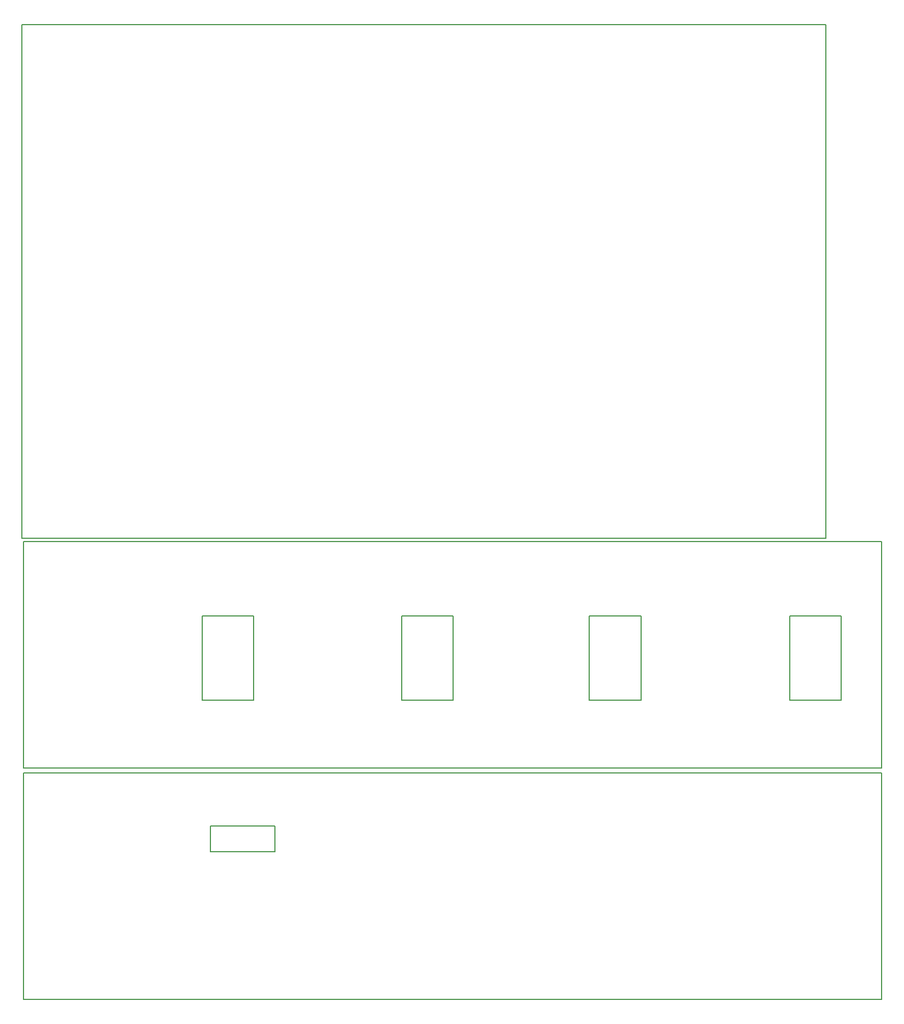
<source format=gm1>
G04 #@! TF.GenerationSoftware,KiCad,Pcbnew,5.0.2-bee76a0~70~ubuntu18.04.1*
G04 #@! TF.CreationDate,2018-12-10T22:04:31+02:00*
G04 #@! TF.ProjectId,CombinedPCB,436f6d62-696e-4656-9450-43422e6b6963,rev?*
G04 #@! TF.SameCoordinates,Original*
G04 #@! TF.FileFunction,Profile,NP*
%FSLAX46Y46*%
G04 Gerber Fmt 4.6, Leading zero omitted, Abs format (unit mm)*
G04 Created by KiCad (PCBNEW 5.0.2-bee76a0~70~ubuntu18.04.1) date Mon Dec 10 22:04:31 2018*
%MOMM*%
%LPD*%
G01*
G04 APERTURE LIST*
%ADD10C,0.150000*%
%ADD11C,0.200000*%
G04 APERTURE END LIST*
D10*
X34800000Y-44000000D02*
X34800000Y-123500000D01*
X159300000Y-44000000D02*
X34800000Y-44000000D01*
X159300000Y-123500000D02*
X159300000Y-44000000D01*
X34800000Y-123500000D02*
X159300000Y-123500000D01*
X168000000Y-124000000D02*
X168000000Y-159000000D01*
D11*
X74000000Y-172000000D02*
X64000000Y-172000000D01*
X74000000Y-168000000D02*
X74000000Y-172000000D01*
X64000000Y-168000000D02*
X74000000Y-168000000D01*
X64000000Y-172000000D02*
X64000000Y-168000000D01*
D10*
X35000000Y-159800000D02*
X168000000Y-159800000D01*
X35000000Y-194800000D02*
X35000000Y-159800000D01*
X168000000Y-159800000D02*
X168000000Y-194800000D01*
X168000000Y-194800000D02*
X35000000Y-194800000D01*
D11*
X153700000Y-148500000D02*
X153700000Y-135500000D01*
X161700000Y-148500000D02*
X153700000Y-148500000D01*
X161700000Y-135500000D02*
X161700000Y-148500000D01*
X153700000Y-135500000D02*
X161700000Y-135500000D01*
X122700000Y-148500000D02*
X122700000Y-135500000D01*
X130700000Y-148500000D02*
X122700000Y-148500000D01*
X130700000Y-135500000D02*
X130700000Y-148500000D01*
X122700000Y-135500000D02*
X130700000Y-135500000D01*
X93600000Y-148500000D02*
X93600000Y-135500000D01*
X101600000Y-148500000D02*
X93600000Y-148500000D01*
X101600000Y-135500000D02*
X101600000Y-148500000D01*
X93600000Y-135500000D02*
X101600000Y-135500000D01*
X62700000Y-148500000D02*
X62700000Y-135500000D01*
X70700000Y-148500000D02*
X62700000Y-148500000D01*
X70700000Y-135500000D02*
X70700000Y-148500000D01*
X62700000Y-135500000D02*
X70700000Y-135500000D01*
D10*
X168000000Y-159000000D02*
X35000000Y-159000000D01*
X35000000Y-124000000D02*
X168000000Y-124000000D01*
X35000000Y-159000000D02*
X35000000Y-124000000D01*
M02*

</source>
